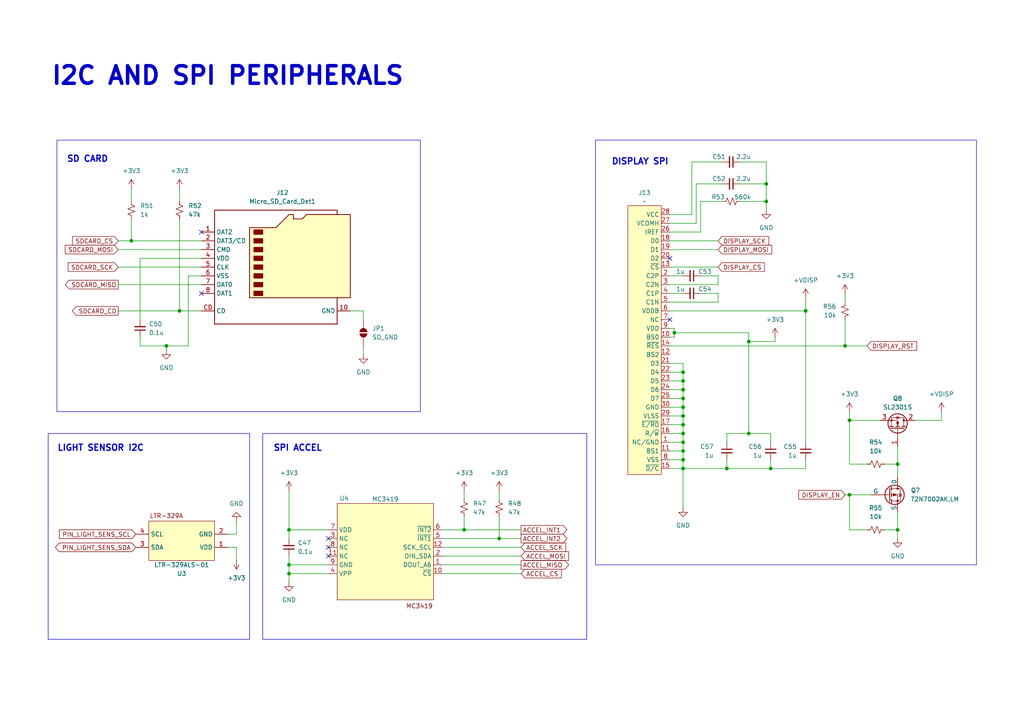
<source format=kicad_sch>
(kicad_sch (version 20250114) (generator "eeschema") (generator_version "9.0")
  (paper "A4")
  (title_block (title "EcoBoard") (company "EcoEnterprise"))
  (lib_symbols
    (symbol "Connector:Micro_SD_Card_Det1"
      (property "Reference" "J3" (at 0.635 21.59 0))
      (property "Value" "Micro_SD_Card_Det1" (at 0.635 19.05 0))
      (symbol "Micro_SD_Card_Det1_1_1"
        (pin bidirectional line (at -22.86 10.16 0) (length 3.81) (name "DAT2") (number "1"))
        (pin bidirectional line (at -22.86 7.62 0) (length 3.81) (name "DAT3/CD") (number "2"))
        (pin input line (at -22.86 5.08 0) (length 3.81) (name "CMD") (number "3"))
        (pin power_in line (at -22.86 2.54 0) (length 3.81) (name "VDD") (number "4"))
        (pin input line (at -22.86 0 0) (length 3.81) (name "CLK") (number "5"))
        (pin power_in line (at -22.86 -2.54 0) (length 3.81) (name "VSS") (number "6"))
        (pin bidirectional line (at -22.86 -5.08 0) (length 3.81) (name "DAT0") (number "7"))
        (pin bidirectional line (at -22.86 -7.62 0) (length 3.81) (name "DAT1") (number "8"))
        (pin passive line (at -22.86 -12.7 0) (length 3.81) (name "CD") (number "CD"))
        (pin passive line (at 20.32 -12.7 180) (length 3.81) (name "GND") (number "10"))
      )
    )
    (symbol "DISPLAY_CONN_1"
      (property "Reference" "J" (at 3.048 20.32 0))
      (symbol "DISPLAY_CONN_1_1_1"
        (pin passive line (at 10.16 16.51 180) (length 2.54) (name "VCC") (number "28"))
        (pin passive line (at 10.16 13.97 180) (length 2.54) (name "VCOMH") (number "27"))
        (pin passive line (at 10.16 11.43 180) (length 2.54) (name "IREF") (number "26"))
        (pin passive line (at 10.16 8.89 180) (length 2.54) (name "D0") (number "18"))
        (pin passive line (at 10.16 6.35 180) (length 2.54) (name "D1") (number "19"))
        (pin passive line (at 10.16 3.81 180) (length 2.54) (name "D2") (number "20"))
        (pin passive line (at 10.16 1.27 180) (length 2.54) (name "~{CS}") (number "13"))
        (pin passive line (at 10.16 -1.27 180) (length 2.54) (name "C2P") (number "2"))
        (pin passive line (at 10.16 -3.81 180) (length 2.54) (name "C2N") (number "3"))
        (pin passive line (at 10.16 -6.35 180) (length 2.54) (name "C1P") (number "4"))
        (pin passive line (at 10.16 -8.89 180) (length 2.54) (name "C1N") (number "5"))
        (pin passive line (at 10.16 -11.43 180) (length 2.54) (name "VDDB") (number "6"))
        (pin passive line (at 10.16 -13.97 180) (length 2.54) (name "NC") (number "7"))
        (pin passive line (at 10.16 -16.51 180) (length 2.54) (name "VDD") (number "9"))
        (pin passive line (at 10.16 -19.05 180) (length 2.54) (name "BS0") (number "10"))
        (pin passive line (at 10.16 -21.59 180) (length 2.54) (name "~{RES}") (number "14"))
        (pin passive line (at 10.16 -24.13 180) (length 2.54) (name "BS2") (number "12"))
        (pin passive line (at 10.16 -26.67 180) (length 2.54) (name "D3") (number "21"))
        (pin passive line (at 10.16 -29.21 180) (length 2.54) (name "D4") (number "22"))
        (pin passive line (at 10.16 -31.75 180) (length 2.54) (name "D5") (number "23"))
        (pin passive line (at 10.16 -34.29 180) (length 2.54) (name "D6") (number "24"))
        (pin passive line (at 10.16 -36.83 180) (length 2.54) (name "D7") (number "25"))
        (pin passive line (at 10.16 -39.37 180) (length 2.54) (name "GND") (number "30"))
        (pin passive line (at 10.16 -41.91 180) (length 2.54) (name "VLSS") (number "29"))
        (pin passive line (at 10.16 -44.45 180) (length 2.54) (name "~{E/RD}") (number "17"))
        (pin passive line (at 10.16 -46.99 180) (length 2.54) (name "R/~{W}") (number "16"))
        (pin passive line (at 10.16 -49.53 180) (length 2.54) (name "NC/GND") (number "1"))
        (pin passive line (at 10.16 -52.07 180) (length 2.54) (name "BS1") (number "11"))
        (pin passive line (at 10.16 -54.61 180) (length 2.54) (name "VSS") (number "8"))
        (pin passive line (at 10.16 -57.15 180) (length 2.54) (name "~{D/C}") (number "15"))
      )
    )
    (symbol "Device:C_Small" (pin_numbers (hide yes)) (pin_names (offset 0.254) (hide yes))
      (property "Reference" "C" (at 0.254 1.778 0))
      (property "Value" "C_Small" (at 0.254 -2.032 0))
      (symbol "C_Small_1_1"
        (pin passive line (at 0 2.54 270) (length 2.032) (name "~") (number "1"))
        (pin passive line (at 0 -2.54 90) (length 2.032) (name "~") (number "2"))
      )
    )
    (symbol "Device:R_Small_US" (pin_numbers (hide yes)) (pin_names (offset 0.254) (hide yes))
      (property "Reference" "R" (at 0.762 0.508 0))
      (property "Value" "R_Small_US" (at 0.762 -1.016 0))
      (symbol "R_Small_US_1_1"
        (pin passive line (at 0 2.54 270) (length 1.016) (name "~") (number "1"))
        (pin passive line (at 0 -2.54 90) (length 1.016) (name "~") (number "2"))
      )
    )
    (symbol "EcoDevkit:LTR-329ALS"
      (property "Reference" "U" (at -8.636 6.35 0))
      (symbol "LTR-329ALS_1_1"
        (text "LTR-329A" (at 3.81 -7.874 0) (effects (font (size 1.27 1.27))))
        (pin power_in line (at -13.97 1.27 0) (length 3.81) (name "VDD") (number "1"))
        (pin power_out line (at -13.97 -2.54 0) (length 3.81) (name "GND") (number "2"))
        (pin bidirectional line (at 12.7 1.27 180) (length 3.81) (name "SDA") (number "3"))
        (pin input line (at 12.7 -2.54 180) (length 3.81) (name "SCL") (number "4"))
      )
    )
    (symbol "Jumper:SolderJumper_2_Open" (pin_numbers (hide yes)) (pin_names (offset 0) (hide yes)) (in_bom no)
      (property "Reference" "JP" (at 0 2.032 0))
      (property "Value" "SolderJumper_2_Open" (at 0 -2.54 0))
      (symbol "SolderJumper_2_Open_1_1"
        (pin passive line (at -3.81 0 0) (length 2.54) (name "A") (number "1"))
        (pin passive line (at 3.81 0 180) (length 2.54) (name "B") (number "2"))
      )
    )
    (symbol "Simulation_SPICE:PMOS" (pin_numbers (hide yes)) (pin_names (offset 0))
      (property "Reference" "Q" (at 5.08 1.27 0))
      (property "Value" "PMOS" (at 5.08 -1.27 0))
      (symbol "PMOS_1_1"
        (pin input line (at -5.08 0 0) (length 2.54) (name "G") (number "2"))
        (pin passive line (at 2.54 5.08 270) (length 2.54) (name "D") (number "1"))
        (pin passive line (at 2.54 -5.08 90) (length 2.54) (name "S") (number "3"))
      )
    )
    (symbol "Transistor_FET:Q_NMOS_GDS" (pin_names (offset 0) (hide yes))
      (property "Reference" "Q" (at 5.08 1.905 0))
      (property "Value" "Q_NMOS_GDS" (at 5.08 0 0))
      (symbol "Q_NMOS_GDS_1_1"
        (pin input line (at -5.08 0 0) (length 2.54) (name "G") (number "1"))
        (pin passive line (at 2.54 5.08 270) (length 2.54) (name "D") (number "2"))
        (pin passive line (at 2.54 -5.08 90) (length 2.54) (name "S") (number "3"))
      )
    )
    (symbol "peripherals2:DISPLAY_CONN"
      (property "Reference" "J9" (at 0 20.574 0))
      (property "Value" "~" (at 0 20.32 0))
      (symbol "DISPLAY_CONN_1_1"
        (pin passive line (at -12.7 16.51 0) (length 2.54) (name "C2P") (number "2"))
        (pin passive line (at -12.7 13.97 0) (length 2.54) (name "C2N") (number "3"))
        (pin passive line (at -12.7 11.43 0) (length 2.54) (name "C1P") (number "4"))
        (pin passive line (at -12.7 8.89 0) (length 2.54) (name "C1N") (number "5"))
        (pin passive line (at -12.7 6.35 0) (length 2.54) (name "VDDB") (number "6"))
        (pin passive line (at -12.7 3.81 0) (length 2.54) (name "NC") (number "7"))
        (pin passive line (at -12.7 1.27 0) (length 2.54) (name "VDD") (number "9"))
        (pin passive line (at -12.7 -1.27 0) (length 2.54) (name "BS0") (number "10"))
        (pin passive line (at -12.7 -3.81 0) (length 2.54) (name "~{CS}") (number "13"))
        (pin passive line (at -12.7 -6.35 0) (length 2.54) (name "~{RES}") (number "14"))
        (pin passive line (at -12.7 -8.89 0) (length 2.54) (name "BS2") (number "12"))
        (pin passive line (at -12.7 -11.43 0) (length 2.54) (name "NC/GND") (number "1"))
        (pin passive line (at -12.7 -13.97 0) (length 2.54) (name "BS1") (number "11"))
        (pin passive line (at -12.7 -16.51 0) (length 2.54) (name "VSS") (number "8"))
        (pin passive line (at -12.7 -19.05 0) (length 2.54) (name "~{D/C}") (number "15"))
        (pin passive line (at 12.7 16.51 180) (length 2.54) (name "VCC") (number "28"))
        (pin passive line (at 12.7 13.97 180) (length 2.54) (name "VCOMH") (number "27"))
        (pin passive line (at 12.7 11.43 180) (length 2.54) (name "IREF") (number "26"))
        (pin passive line (at 12.7 8.89 180) (length 2.54) (name "D0") (number "18"))
        (pin passive line (at 12.7 6.35 180) (length 2.54) (name "D1") (number "19"))
        (pin passive line (at 12.7 3.81 180) (length 2.54) (name "D2") (number "20"))
        (pin passive line (at 12.7 1.27 180) (length 2.54) (name "D3") (number "21"))
        (pin passive line (at 12.7 -1.27 180) (length 2.54) (name "D4") (number "22"))
        (pin passive line (at 12.7 -3.81 180) (length 2.54) (name "D5") (number "23"))
        (pin passive line (at 12.7 -6.35 180) (length 2.54) (name "D6") (number "24"))
        (pin passive line (at 12.7 -8.89 180) (length 2.54) (name "D7") (number "25"))
        (pin passive line (at 12.7 -11.43 180) (length 2.54) (name "GND") (number "30"))
        (pin passive line (at 12.7 -13.97 180) (length 2.54) (name "VLSS") (number "29"))
        (pin passive line (at 12.7 -16.51 180) (length 2.54) (name "~{E/RD}") (number "17"))
        (pin passive line (at 12.7 -19.05 180) (length 2.54) (name "R/~{W}") (number "16"))
      )
    )
    (symbol "peripherals_eco_devkit:MC3419"
      (property "Reference" "U2" (at -11.938 15.494 0))
      (property "Value" "~" (at 0 15.24 0))
      (symbol "MC3419_1_1"
        (text "MC3419" (at 9.906 -15.748 0) (effects (font (size 1.27 1.27))))
        (pin power_in line (at -16.51 6.35 0) (length 2.54) (name "VDD") (number "7"))
        (pin bidirectional line (at -16.51 3.81 0) (length 2.54) (name "NC") (number "3"))
        (pin bidirectional line (at -16.51 1.27 0) (length 2.54) (name "NC") (number "8"))
        (pin bidirectional line (at -16.51 -1.27 0) (length 2.54) (name "NC") (number "11"))
        (pin power_out line (at -16.51 -3.81 0) (length 2.54) (name "GND") (number "9"))
        (pin power_out line (at -16.51 -6.35 0) (length 2.54) (name "VPP") (number "4"))
        (pin output line (at 16.51 6.35 180) (length 2.54) (name "~{INT2}") (number "6"))
        (pin output line (at 16.51 3.81 180) (length 2.54) (name "~{INT1}") (number "5"))
        (pin input line (at 16.51 1.27 180) (length 2.54) (name "SCK_SCL") (number "12"))
        (pin input line (at 16.51 -1.27 180) (length 2.54) (name "DIN_SDA") (number "2"))
        (pin output line (at 16.51 -3.81 180) (length 2.54) (name "DOUT_A6") (number "1"))
        (pin input line (at 16.51 -6.35 180) (length 2.54) (name "~{CS}") (number "10"))
      )
    )
    (symbol "power:+3V3" (power) (pin_numbers (hide yes)) (pin_names (offset 0) (hide yes))
      (property "Value" "+3V3" (at 0 3.556 0))
      (symbol "+3V3_1_1"
        (pin power_in line (at 0 0 90) (length 0) (name "~") (number "1"))
      )
    )
    (symbol "power:GND" (power) (pin_numbers (hide yes)) (pin_names (offset 0) (hide yes))
      (property "Value" "GND" (at 0 -3.81 0))
      (symbol "GND_1_1"
        (pin power_in line (at 0 0 270) (length 0) (name "~") (number "1"))
      )
    )
  )
  (rectangle (start 16.51 40.64) (end 121.92 119.38))
  (rectangle (start 172.72 40.64) (end 283.21 163.83))
  (rectangle (start 13.97 125.73) (end 72.39 185.42))
  (rectangle (start 76.2 125.73) (end 170.18 185.42))
  (rectangle (start 331.47 162.56) (end 491.49 241.3))
  (text "DISPLAY SPI" (at 341.63 166.878 0) (effects (font (size 1.778 1.778) (thickness 0.3556) (bold yes))))
  (text "I2C AND SPI PERIPHERALS" (at 66.04 22.098 0) (effects (font (size 5.08 5.08) (thickness 1.016) (bold yes))))
  (text "DISPLAY SPI" (at 185.674 46.99 0) (effects (font (size 1.778 1.778) (thickness 0.3556) (bold yes))))
  (text "SD CARD" (at 25.4 46.228 0) (effects (font (size 1.778 1.778) (thickness 0.3556) (bold yes))))
  (text "LIGHT SENSOR I2C" (at 29.21 130.048 0) (effects (font (size 1.778 1.778) (thickness 0.3556) (bold yes))))
  (text "SPI ACCEL" (at 86.36 130.048 0) (effects (font (size 1.778 1.778) (thickness 0.3556) (bold yes))))
  (junction (at 429.26 207.01))
  (junction (at 210.82 135.89))
  (junction (at 429.26 204.47))
  (junction (at 471.17 223.52))
  (junction (at 396.24 217.17))
  (junction (at 245.11 100.33))
  (junction (at 457.2 213.36))
  (junction (at 198.12 125.73))
  (junction (at 83.82 163.83))
  (junction (at 396.24 219.71))
  (junction (at 429.26 201.93))
  (junction (at 217.17 125.73))
  (junction (at 383.54 219.71))
  (junction (at 198.12 133.35))
  (junction (at 246.38 121.92))
  (junction (at 83.82 153.67))
  (junction (at 195.58 96.52))
  (junction (at 360.68 194.31))
  (junction (at 198.12 130.81))
  (junction (at 377.19 209.55))
  (junction (at 52.07 90.17))
  (junction (at 429.26 217.17))
  (junction (at 233.68 90.17))
  (junction (at 223.52 135.89))
  (junction (at 38.1 69.85))
  (junction (at 351.79 207.01))
  (junction (at 222.25 58.42))
  (junction (at 449.58 177.8))
  (junction (at 398.78 200.66))
  (junction (at 246.38 143.51))
  (junction (at 198.12 135.89))
  (junction (at 429.26 209.55))
  (junction (at 471.17 204.47))
  (junction (at 198.12 128.27))
  (junction (at 198.12 120.65))
  (junction (at 83.82 166.37))
  (junction (at 198.12 113.03))
  (junction (at 198.12 118.11))
  (junction (at 370.84 219.71))
  (junction (at 198.12 107.95))
  (junction (at 134.62 153.67))
  (junction (at 198.12 115.57))
  (junction (at 144.78 156.21))
  (junction (at 429.26 212.09))
  (junction (at 260.35 153.67))
  (junction (at 429.26 214.63))
  (junction (at 260.35 134.62))
  (junction (at 48.26 100.33))
  (junction (at 377.19 204.47))
  (junction (at 457.2 191.77))
  (junction (at 198.12 123.19))
  (junction (at 217.17 99.06))
  (junction (at 198.12 110.49))
  (junction (at 222.25 53.34))
  (junction (at 396.24 214.63))
  (junction (at 429.26 219.71))
  (junction (at 449.58 182.88))
  (no_connect (at 400.05 196.85))
  (no_connect (at 194.31 74.93))
  (no_connect (at 58.42 67.31))
  (no_connect (at 425.45 196.85))
  (no_connect (at 95.25 158.75))
  (no_connect (at 58.42 85.09))
  (no_connect (at 95.25 161.29))
  (no_connect (at 194.31 92.71))
  (no_connect (at 95.25 156.21))
  (wire (pts (xy 208.28 77.47) (xy 194.31 77.47)))
  (wire (pts (xy 396.24 217.17) (xy 396.24 219.71)))
  (wire (pts (xy 38.1 63.5) (xy 38.1 69.85)))
  (wire (pts (xy 360.68 194.31) (xy 360.68 212.09)))
  (wire (pts (xy 198.12 115.57) (xy 198.12 118.11)))
  (wire (pts (xy 200.66 46.99) (xy 200.66 62.23)))
  (wire (pts (xy 34.29 82.55) (xy 58.42 82.55)))
  (wire (pts (xy 429.26 227.33) (xy 429.26 219.71)))
  (wire (pts (xy 245.11 92.71) (xy 245.11 100.33)))
  (wire (pts (xy 260.35 153.67) (xy 260.35 156.21)))
  (wire (pts (xy 198.12 118.11) (xy 198.12 120.65)))
  (wire (pts (xy 370.84 219.71) (xy 370.84 217.17)))
  (wire (pts (xy 383.54 219.71) (xy 396.24 219.71)))
  (wire (pts (xy 128.27 158.75) (xy 151.13 158.75)))
  (wire (pts (xy 360.68 194.31) (xy 400.05 194.31)))
  (wire (pts (xy 194.31 100.33) (xy 245.11 100.33)))
  (wire (pts (xy 351.79 207.01) (xy 400.05 207.01)))
  (wire (pts (xy 198.12 107.95) (xy 198.12 110.49)))
  (wire (pts (xy 217.17 99.06) (xy 217.17 125.73)))
  (wire (pts (xy 208.28 85.09) (xy 203.2 85.09)))
  (wire (pts (xy 198.12 120.65) (xy 198.12 123.19)))
  (wire (pts (xy 396.24 212.09) (xy 396.24 214.63)))
  (wire (pts (xy 429.26 209.55) (xy 429.26 207.01)))
  (wire (pts (xy 246.38 143.51) (xy 246.38 153.67)))
  (wire (pts (xy 386.08 191.77) (xy 386.08 189.23)))
  (wire (pts (xy 400.05 191.77) (xy 386.08 191.77)))
  (wire (pts (xy 427.99 171.45) (xy 427.99 184.15)))
  (wire (pts (xy 246.38 121.92) (xy 255.27 121.92)))
  (wire (pts (xy 68.58 151.13) (xy 68.58 154.94)))
  (wire (pts (xy 200.66 62.23) (xy 194.31 62.23)))
  (wire (pts (xy 425.45 207.01) (xy 429.26 207.01)))
  (wire (pts (xy 38.1 54.61) (xy 38.1 58.42)))
  (wire (pts (xy 400.05 199.39) (xy 398.78 199.39)))
  (wire (pts (xy 210.82 128.27) (xy 210.82 125.73)))
  (wire (pts (xy 436.88 182.88) (xy 430.53 182.88)))
  (wire (pts (xy 194.31 105.41) (xy 198.12 105.41)))
  (wire (pts (xy 396.24 217.17) (xy 400.05 217.17)))
  (wire (pts (xy 467.36 204.47) (xy 471.17 204.47)))
  (wire (pts (xy 222.25 60.96) (xy 222.25 58.42)))
  (wire (pts (xy 144.78 156.21) (xy 151.13 156.21)))
  (wire (pts (xy 425.45 194.31) (xy 429.26 194.31)))
  (wire (pts (xy 198.12 115.57) (xy 194.31 115.57)))
  (wire (pts (xy 471.17 204.47) (xy 471.17 199.39)))
  (wire (pts (xy 198.12 113.03) (xy 198.12 115.57)))
  (wire (pts (xy 83.82 153.67) (xy 95.25 153.67)))
  (wire (pts (xy 134.62 153.67) (xy 151.13 153.67)))
  (wire (pts (xy 370.84 212.09) (xy 370.84 209.55)))
  (wire (pts (xy 400.05 186.69) (xy 386.08 186.69)))
  (wire (pts (xy 429.26 219.71) (xy 429.26 217.17)))
  (wire (pts (xy 425.45 212.09) (xy 429.26 212.09)))
  (wire (pts (xy 233.68 90.17) (xy 233.68 128.27)))
  (wire (pts (xy 425.45 186.69) (xy 429.26 186.69)))
  (wire (pts (xy 430.53 182.88) (xy 430.53 189.23)))
  (wire (pts (xy 223.52 135.89) (xy 210.82 135.89)))
  (wire (pts (xy 194.31 133.35) (xy 198.12 133.35)))
  (wire (pts (xy 144.78 156.21) (xy 144.78 149.86)))
  (wire (pts (xy 370.84 219.71) (xy 383.54 219.71)))
  (wire (pts (xy 128.27 153.67) (xy 134.62 153.67)))
  (wire (pts (xy 467.36 223.52) (xy 471.17 223.52)))
  (wire (pts (xy 425.45 209.55) (xy 429.26 209.55)))
  (wire (pts (xy 425.45 217.17) (xy 429.26 217.17)))
  (wire (pts (xy 194.31 118.11) (xy 198.12 118.11)))
  (wire (pts (xy 40.64 74.93) (xy 40.64 92.71)))
  (wire (pts (xy 429.26 199.39) (xy 429.26 201.93)))
  (wire (pts (xy 429.26 201.93) (xy 425.45 201.93)))
  (wire (pts (xy 194.31 64.77) (xy 201.93 64.77)))
  (wire (pts (xy 351.79 198.12) (xy 351.79 207.01)))
  (wire (pts (xy 245.11 100.33) (xy 251.46 100.33)))
  (wire (pts (xy 449.58 171.45) (xy 449.58 177.8)))
  (wire (pts (xy 83.82 161.29) (xy 83.82 163.83)))
  (wire (pts (xy 350.52 207.01) (xy 351.79 207.01)))
  (wire (pts (xy 429.26 204.47) (xy 429.26 201.93)))
  (wire (pts (xy 251.46 134.62) (xy 246.38 134.62)))
  (wire (pts (xy 222.25 58.42) (xy 214.63 58.42)))
  (wire (pts (xy 201.93 53.34) (xy 209.55 53.34)))
  (wire (pts (xy 377.19 200.66) (xy 398.78 200.66)))
  (wire (pts (xy 483.87 189.23) (xy 483.87 191.77)))
  (wire (pts (xy 128.27 163.83) (xy 151.13 163.83)))
  (wire (pts (xy 194.31 128.27) (xy 198.12 128.27)))
  (wire (pts (xy 457.2 191.77) (xy 466.09 191.77)))
  (wire (pts (xy 223.52 135.89) (xy 223.52 133.35)))
  (wire (pts (xy 214.63 46.99) (xy 222.25 46.99)))
  (wire (pts (xy 194.31 120.65) (xy 198.12 120.65)))
  (wire (pts (xy 83.82 163.83) (xy 83.82 166.37)))
  (wire (pts (xy 462.28 204.47) (xy 457.2 204.47)))
  (wire (pts (xy 48.26 100.33) (xy 54.61 100.33)))
  (wire (pts (xy 209.55 58.42) (xy 203.2 58.42)))
  (wire (pts (xy 201.93 53.34) (xy 201.93 64.77)))
  (wire (pts (xy 457.2 189.23) (xy 457.2 191.77)))
  (wire (pts (xy 83.82 166.37) (xy 95.25 166.37)))
  (wire (pts (xy 68.58 158.75) (xy 68.58 162.56)))
  (wire (pts (xy 360.68 219.71) (xy 370.84 219.71)))
  (wire (pts (xy 128.27 166.37) (xy 151.13 166.37)))
  (wire (pts (xy 214.63 53.34) (xy 222.25 53.34)))
  (wire (pts (xy 217.17 96.52) (xy 195.58 96.52)))
  (wire (pts (xy 370.84 209.55) (xy 377.19 209.55)))
  (wire (pts (xy 471.17 223.52) (xy 471.17 226.06)))
  (wire (pts (xy 360.68 217.17) (xy 360.68 219.71)))
  (wire (pts (xy 222.25 58.42) (xy 222.25 53.34)))
  (wire (pts (xy 396.24 189.23) (xy 400.05 189.23)))
  (wire (pts (xy 449.58 182.88) (xy 449.58 177.8)))
  (wire (pts (xy 245.11 143.51) (xy 246.38 143.51)))
  (wire (pts (xy 198.12 135.89) (xy 210.82 135.89)))
  (wire (pts (xy 224.79 97.79) (xy 224.79 99.06)))
  (wire (pts (xy 52.07 90.17) (xy 58.42 90.17)))
  (wire (pts (xy 198.12 85.09) (xy 194.31 85.09)))
  (wire (pts (xy 396.24 219.71) (xy 396.24 227.33)))
  (wire (pts (xy 457.2 191.77) (xy 457.2 204.47)))
  (wire (pts (xy 195.58 96.52) (xy 195.58 97.79)))
  (wire (pts (xy 222.25 46.99) (xy 222.25 53.34)))
  (wire (pts (xy 260.35 153.67) (xy 260.35 148.59)))
  (wire (pts (xy 198.12 105.41) (xy 198.12 107.95)))
  (wire (pts (xy 233.68 133.35) (xy 233.68 135.89)))
  (wire (pts (xy 386.08 189.23) (xy 391.16 189.23)))
  (wire (pts (xy 223.52 128.27) (xy 223.52 125.73)))
  (wire (pts (xy 198.12 130.81) (xy 198.12 133.35)))
  (wire (pts (xy 134.62 142.24) (xy 134.62 144.78)))
  (wire (pts (xy 194.31 87.63) (xy 208.28 87.63)))
  (wire (pts (xy 194.31 82.55) (xy 208.28 82.55)))
  (wire (pts (xy 54.61 100.33) (xy 54.61 80.01)))
  (wire (pts (xy 369.57 204.47) (xy 377.19 204.47)))
  (wire (pts (xy 198.12 133.35) (xy 198.12 135.89)))
  (wire (pts (xy 194.31 125.73) (xy 198.12 125.73)))
  (wire (pts (xy 194.31 72.39) (xy 208.28 72.39)))
  (wire (pts (xy 198.12 80.01) (xy 194.31 80.01)))
  (wire (pts (xy 128.27 156.21) (xy 144.78 156.21)))
  (wire (pts (xy 209.55 46.99) (xy 200.66 46.99)))
  (wire (pts (xy 369.57 201.93) (xy 369.57 204.47)))
  (wire (pts (xy 195.58 97.79) (xy 194.31 97.79)))
  (wire (pts (xy 83.82 153.67) (xy 83.82 156.21)))
  (wire (pts (xy 217.17 99.06) (xy 217.17 96.52)))
  (wire (pts (xy 105.41 100.33) (xy 105.41 102.87)))
  (wire (pts (xy 52.07 63.5) (xy 52.07 90.17)))
  (wire (pts (xy 471.17 204.47) (xy 471.17 208.28)))
  (wire (pts (xy 134.62 153.67) (xy 134.62 149.86)))
  (wire (pts (xy 430.53 189.23) (xy 425.45 189.23)))
  (wire (pts (xy 441.96 171.45) (xy 449.58 171.45)))
  (wire (pts (xy 273.05 119.38) (xy 273.05 121.92)))
  (wire (pts (xy 246.38 121.92) (xy 246.38 134.62)))
  (wire (pts (xy 105.41 92.71) (xy 105.41 90.17)))
  (wire (pts (xy 34.29 69.85) (xy 38.1 69.85)))
  (wire (pts (xy 195.58 96.52) (xy 195.58 95.25)))
  (wire (pts (xy 194.31 123.19) (xy 198.12 123.19)))
  (wire (pts (xy 198.12 113.03) (xy 194.31 113.03)))
  (wire (pts (xy 383.54 219.71) (xy 383.54 217.17)))
  (wire (pts (xy 256.54 153.67) (xy 260.35 153.67)))
  (wire (pts (xy 425.45 199.39) (xy 429.26 199.39)))
  (wire (pts (xy 260.35 134.62) (xy 260.35 129.54)))
  (wire (pts (xy 377.19 204.47) (xy 377.19 209.55)))
  (wire (pts (xy 449.58 182.88) (xy 441.96 182.88)))
  (wire (pts (xy 208.28 69.85) (xy 194.31 69.85)))
  (wire (pts (xy 436.88 171.45) (xy 427.99 171.45)))
  (wire (pts (xy 360.68 190.5) (xy 360.68 194.31)))
  (wire (pts (xy 425.45 204.47) (xy 429.26 204.47)))
  (wire (pts (xy 208.28 87.63) (xy 208.28 85.09)))
  (wire (pts (xy 457.2 213.36) (xy 457.2 223.52)))
  (wire (pts (xy 453.39 213.36) (xy 457.2 213.36)))
  (wire (pts (xy 396.24 184.15) (xy 400.05 184.15)))
  (wire (pts (xy 34.29 77.47) (xy 58.42 77.47)))
  (wire (pts (xy 233.68 86.36) (xy 233.68 90.17)))
  (wire (pts (xy 386.08 186.69) (xy 386.08 184.15)))
  (wire (pts (xy 66.04 158.75) (xy 68.58 158.75)))
  (wire (pts (xy 429.26 212.09) (xy 429.26 209.55)))
  (wire (pts (xy 198.12 128.27) (xy 198.12 130.81)))
  (wire (pts (xy 128.27 161.29) (xy 151.13 161.29)))
  (wire (pts (xy 198.12 123.19) (xy 198.12 125.73)))
  (wire (pts (xy 425.45 214.63) (xy 429.26 214.63)))
  (wire (pts (xy 233.68 90.17) (xy 194.31 90.17)))
  (wire (pts (xy 224.79 99.06) (xy 217.17 99.06)))
  (wire (pts (xy 83.82 142.24) (xy 83.82 153.67)))
  (wire (pts (xy 52.07 54.61) (xy 52.07 58.42)))
  (wire (pts (xy 83.82 166.37) (xy 83.82 168.91)))
  (wire (pts (xy 398.78 200.66) (xy 398.78 201.93)))
  (wire (pts (xy 198.12 125.73) (xy 198.12 128.27)))
  (wire (pts (xy 34.29 72.39) (xy 58.42 72.39)))
  (wire (pts (xy 38.1 69.85) (xy 58.42 69.85)))
  (wire (pts (xy 194.31 130.81) (xy 198.12 130.81)))
  (wire (pts (xy 105.41 90.17) (xy 101.6 90.17)))
  (wire (pts (xy 429.26 191.77) (xy 425.45 191.77)))
  (wire (pts (xy 386.08 184.15) (xy 391.16 184.15)))
  (wire (pts (xy 223.52 125.73) (xy 217.17 125.73)))
  (wire (pts (xy 429.26 186.69) (xy 429.26 177.8)))
  (wire (pts (xy 208.28 82.55) (xy 208.28 80.01)))
  (wire (pts (xy 252.73 143.51) (xy 246.38 143.51)))
  (wire (pts (xy 58.42 74.93) (xy 40.64 74.93)))
  (wire (pts (xy 48.26 100.33) (xy 40.64 100.33)))
  (wire (pts (xy 377.19 204.47) (xy 377.19 200.66)))
  (wire (pts (xy 273.05 121.92) (xy 265.43 121.92)))
  (wire (pts (xy 429.26 214.63) (xy 429.26 212.09)))
  (wire (pts (xy 441.96 177.8) (xy 449.58 177.8)))
  (wire (pts (xy 260.35 134.62) (xy 260.35 138.43)))
  (wire (pts (xy 398.78 201.93) (xy 400.05 201.93)))
  (wire (pts (xy 377.19 209.55) (xy 383.54 209.55)))
  (wire (pts (xy 396.24 214.63) (xy 396.24 217.17)))
  (wire (pts (xy 217.17 125.73) (xy 210.82 125.73)))
  (wire (pts (xy 210.82 135.89) (xy 210.82 133.35)))
  (wire (pts (xy 194.31 67.31) (xy 203.2 67.31)))
  (wire (pts (xy 198.12 110.49) (xy 198.12 113.03)))
  (wire (pts (xy 34.29 90.17) (xy 52.07 90.17)))
  (wire (pts (xy 398.78 200.66) (xy 398.78 199.39)))
  (wire (pts (xy 396.24 204.47) (xy 400.05 204.47)))
  (wire (pts (xy 48.26 100.33) (xy 48.26 101.6)))
  (wire (pts (xy 208.28 80.01) (xy 203.2 80.01)))
  (wire (pts (xy 383.54 212.09) (xy 383.54 209.55)))
  (wire (pts (xy 233.68 135.89) (xy 223.52 135.89)))
  (wire (pts (xy 429.26 177.8) (xy 436.88 177.8)))
  (wire (pts (xy 351.79 190.5) (xy 351.79 193.04)))
  (wire (pts (xy 194.31 135.89) (xy 198.12 135.89)))
  (wire (pts (xy 425.45 219.71) (xy 429.26 219.71)))
  (wire (pts (xy 40.64 97.79) (xy 40.64 100.33)))
  (wire (pts (xy 427.99 184.15) (xy 425.45 184.15)))
  (wire (pts (xy 66.04 154.94) (xy 68.58 154.94)))
  (wire (pts (xy 203.2 58.42) (xy 203.2 67.31)))
  (wire (pts (xy 400.05 212.09) (xy 396.24 212.09)))
  (wire (pts (xy 396.24 219.71) (xy 400.05 219.71)))
  (wire (pts (xy 396.24 214.63) (xy 400.05 214.63)))
  (wire (pts (xy 429.26 217.17) (xy 429.26 214.63)))
  (wire (pts (xy 429.26 207.01) (xy 429.26 204.47)))
  (wire (pts (xy 463.55 213.36) (xy 457.2 213.36)))
  (wire (pts (xy 457.2 223.52) (xy 462.28 223.52)))
  (wire (pts (xy 246.38 119.38) (xy 246.38 121.92)))
  (wire (pts (xy 449.58 186.69) (xy 449.58 182.88)))
  (wire (pts (xy 471.17 223.52) (xy 471.17 218.44)))
  (wire (pts (xy 144.78 142.24) (xy 144.78 144.78)))
  (wire (pts (xy 194.31 107.95) (xy 198.12 107.95)))
  (wire (pts (xy 483.87 191.77) (xy 476.25 191.77)))
  (wire (pts (xy 246.38 153.67) (xy 251.46 153.67)))
  (wire (pts (xy 256.54 134.62) (xy 260.35 134.62)))
  (wire (pts (xy 83.82 163.83) (xy 95.25 163.83)))
  (wire (pts (xy 54.61 80.01) (xy 58.42 80.01)))
  (wire (pts (xy 198.12 110.49) (xy 194.31 110.49)))
  (wire (pts (xy 194.31 95.25) (xy 195.58 95.25)))
  (wire (pts (xy 198.12 135.89) (xy 198.12 147.32)))
  (wire (pts (xy 245.11 85.09) (xy 245.11 87.63)))
  (global_label "DISPLAY_SCK" (shape input) (at 429.26 191.77 0) (property "Intersheetrefs" "${INTERSHEET_REFS}" (effects (hide yes))))
  (global_label "DISPLAY_MOSI" (shape input) (at 429.26 194.31 0) (property "Intersheetrefs" "${INTERSHEET_REFS}" (effects (hide yes))))
  (global_label "DISPLAY_EN" (shape input) (at 453.39 213.36 180) (property "Intersheetrefs" "${INTERSHEET_REFS}" (effects (hide yes))))
  (global_label "DISPLAY_CS" (shape input) (at 396.24 204.47 180) (property "Intersheetrefs" "${INTERSHEET_REFS}" (effects (hide yes))))
  (global_label "DISPLAY_CS" (shape input) (at 208.28 77.47 0) (property "Intersheetrefs" "${INTERSHEET_REFS}" (effects (hide yes))))
  (global_label "PIN_LIGHT_SENS_SCL" (shape input) (at 39.37 154.94 180) (effects (font (thickness 0.1588))) (property "Intersheetrefs" "${INTERSHEET_REFS}" (effects (hide yes))))
  (global_label "SDCARD_SCK" (shape input) (at 34.29 77.47 180) (property "Intersheetrefs" "${INTERSHEET_REFS}" (effects (hide yes))))
  (global_label "PIN_LIGHT_SENS_SDA" (shape bidirectional) (at 39.37 158.75 180) (effects (font (thickness 0.1588))) (property "Intersheetrefs" "${INTERSHEET_REFS}" (effects (hide yes))))
  (global_label "ACCEL_SCK" (shape input) (at 151.13 158.75 0) (property "Intersheetrefs" "${INTERSHEET_REFS}" (effects (hide yes))))
  (global_label "SDCARD_MISO" (shape output) (at 34.29 82.55 180) (property "Intersheetrefs" "${INTERSHEET_REFS}" (effects (hide yes))))
  (global_label "SDCARD_CS" (shape input) (at 34.29 69.85 180) (property "Intersheetrefs" "${INTERSHEET_REFS}" (effects (hide yes))))
  (global_label "DISPLAY_RST" (shape input) (at 350.52 207.01 180) (property "Intersheetrefs" "${INTERSHEET_REFS}" (effects (hide yes))))
  (global_label "ACCEL_MISO" (shape output) (at 151.13 163.83 0) (property "Intersheetrefs" "${INTERSHEET_REFS}" (effects (hide yes))))
  (global_label "ACCEL_MOSI" (shape input) (at 151.13 161.29 0) (property "Intersheetrefs" "${INTERSHEET_REFS}" (effects (hide yes))))
  (global_label "SDCARD_MOSI" (shape input) (at 34.29 72.39 180) (property "Intersheetrefs" "${INTERSHEET_REFS}" (effects (hide yes))))
  (global_label "DISPLAY_RST" (shape input) (at 251.46 100.33 0) (property "Intersheetrefs" "${INTERSHEET_REFS}" (effects (hide yes))))
  (global_label "ACCEL_CS" (shape input) (at 151.13 166.37 0) (property "Intersheetrefs" "${INTERSHEET_REFS}" (effects (hide yes))))
  (global_label "ACCEL_INT2" (shape output) (at 151.13 156.21 0) (property "Intersheetrefs" "${INTERSHEET_REFS}" (effects (hide yes))))
  (global_label "ACCEL_INT1" (shape output) (at 151.13 153.67 0) (property "Intersheetrefs" "${INTERSHEET_REFS}" (effects (hide yes))))
  (global_label "DISPLAY_EN" (shape input) (at 245.11 143.51 180) (property "Intersheetrefs" "${INTERSHEET_REFS}" (effects (hide yes))))
  (global_label "DISPLAY_SCK" (shape input) (at 208.28 69.85 0) (property "Intersheetrefs" "${INTERSHEET_REFS}" (effects (hide yes))))
  (global_label "DISPLAY_MOSI" (shape input) (at 208.28 72.39 0) (property "Intersheetrefs" "${INTERSHEET_REFS}" (effects (hide yes))))
  (global_label "SDCARD_CD" (shape output) (at 34.29 90.17 180) (property "Intersheetrefs" "${INTERSHEET_REFS}" (effects (hide yes))))
  (symbol (lib_id "Device:R_Small_US") (at 464.82 223.52 90) (unit 1)
    (property "Reference" "R60" (at 464.82 217.17 90))
    (property "Value" "10k" (at 464.82 219.71 90))
    (property "Datasheet" "https://www.digikey.com.br/en/products/detail/te-connectivity-passive-product/CRGP0402F10K/8576969?s=N4IgjCBcoExaBjKAzAhgGwM4FMA0IB7KAbXAAYAOAdgE4R8wwAWa%2B8GANgGYIGKyuFNmA4BWJl2E0uHIQF18ABwAuUEAGVlAJwCWAOwDmIAL4MO8EEkhoseQiRBcaYUfKWrIG7fqOmQAWjhoSyhtAFc7IkhSUTY6OT9-OmCrcMiHCAS-INIwLjIAAgB5AAkAWWEyAGsQBKA" (effects (hide yes)))
    (property "Description" "Resistor, small US symbol" (effects (hide yes)))
    (property "MPN" "CRGP0402F10K" (effects (hide yes)))
  )
  (symbol (lib_id "power:GND") (at 260.35 156.21 0) (unit 1)
    (property "Reference" "#PWR0101" (effects (hide yes)))
    (property "Value" "GND" (at 260.35 161.29 0))
    (property "Description" "Power symbol creates a global label with name \"GND\" , ground" (effects (hide yes)))
  )
  (symbol (lib_id "Device:R_Small_US") (at 351.79 195.58 0) (unit 1)
    (property "Reference" "R57" (at 354.33 194.3099 0) (effects (justify left)))
    (property "Value" "10k" (at 354.33 196.8499 0) (effects (justify left)))
    (property "Datasheet" "https://www.digikey.com.br/en/products/detail/te-connectivity-passive-product/CRGP0402F10K/8576969?s=N4IgjCBcoExaBjKAzAhgGwM4FMA0IB7KAbXAAYAOAdgE4R8wwAWa%2B8GANgGYIGKyuFNmA4BWJl2E0uHIQF18ABwAuUEAGVlAJwCWAOwDmIAL4MO8EEkhoseQiRBcaYUfKWrIG7fqOmQAWjhoSyhtAFc7IkhSUTY6OT9-OmCrcMiHCAS-INIwLjIAAgB5AAkAWWEyAGsQBKA" (effects (hide yes)))
    (property "Description" "Resistor, small US symbol" (effects (hide yes)))
    (property "MPN" "CRGP0402F10K" (effects (hide yes)))
  )
  (symbol (lib_id "Device:C_Small") (at 212.09 46.99 270) (unit 1)
    (property "Reference" "C51" (at 208.534 45.466 90))
    (property "Value" "2.2u" (at 215.646 45.466 90))
    (property "Footprint" "Capacitor_SMD:C_0402_1005Metric" (effects (hide yes)))
    (property "Datasheet" "https://www.digikey.com.br/en/products/detail/samsung-electro-mechanics/CL05A225KO5NQNC/3887119" (effects (hide yes)))
    (property "Description" "Unpolarized capacitor, small symbol" (effects (hide yes)))
    (property "MPN" "CL05A225KO5NQNC" (effects (hide yes)))
  )
  (symbol (lib_id "Device:C_Small") (at 370.84 214.63 0) (unit 1)
    (property "Reference" "C59" (at 373.38 213.3662 0) (effects (justify left)))
    (property "Value" "1u" (at 373.38 215.9062 0) (effects (justify left)))
    (property "Footprint" "Capacitor_SMD:C_0402_1005Metric" (effects (hide yes)))
    (property "Datasheet" "https://www.digikey.com.br/en/products/detail/tdk-corporation/C1005X6S1C105K050EC/22106054" (effects (hide yes)))
    (property "Description" "Unpolarized capacitor, small symbol" (effects (hide yes)))
    (property "MPN" "C1005X6S1C105K050EC" (effects (hide yes)))
  )
  (symbol (lib_id "power:+3V3") (at 273.05 119.38 0) (unit 1)
    (property "Reference" "#PWR0102" (effects (hide yes)))
    (property "Value" "+VDISP" (at 273.05 114.3 0))
    (property "Description" "Power symbol creates a global label with name \"+3V3\"" (effects (hide yes)))
  )
  (symbol (lib_id "Device:C_Small") (at 210.82 130.81 0) (mirror y) (unit 1)
    (property "Reference" "C57" (at 207.01 129.5399 0) (effects (justify left)))
    (property "Value" "1u" (at 207.01 132.0799 0) (effects (justify left)))
    (property "Footprint" "Capacitor_SMD:C_0402_1005Metric" (effects (hide yes)))
    (property "Datasheet" "https://www.digikey.com.br/en/products/detail/tdk-corporation/C1005X6S1C105K050EC/22106054" (effects (hide yes)))
    (property "Description" "Unpolarized capacitor, small symbol" (effects (hide yes)))
    (property "MPN" "C1005X6S1C105K050EC" (effects (hide yes)))
  )
  (symbol (lib_id "power:+3V3") (at 246.38 119.38 0) (unit 1)
    (property "Reference" "#PWR0100" (effects (hide yes)))
    (property "Value" "+3V3" (at 246.38 114.3 0))
    (property "Description" "Power symbol creates a global label with name \"+3V3\"" (effects (hide yes)))
  )
  (symbol (lib_id "Device:C_Small") (at 383.54 214.63 0) (unit 1)
    (property "Reference" "C60" (at 387.35 213.3599 0) (effects (justify left)))
    (property "Value" "1u" (at 387.35 215.8999 0) (effects (justify left)))
    (property "Footprint" "Capacitor_SMD:C_0402_1005Metric" (effects (hide yes)))
    (property "Datasheet" "https://www.digikey.com.br/en/products/detail/tdk-corporation/C1005X6S1C105K050EC/22106054" (effects (hide yes)))
    (property "Description" "Unpolarized capacitor, small symbol" (effects (hide yes)))
    (property "MPN" "C1005X6S1C105K050EC" (effects (hide yes)))
  )
  (symbol (lib_id "Device:C_Small") (at 200.66 85.09 270) (mirror x) (unit 1)
    (property "Reference" "C54" (at 204.47 83.82 90))
    (property "Value" "1u" (at 197.358 83.82 90))
    (property "Footprint" "Capacitor_SMD:C_0402_1005Metric" (effects (hide yes)))
    (property "Datasheet" "https://www.digikey.com.br/en/products/detail/tdk-corporation/C1005X6S1C105K050EC/22106054" (effects (hide yes)))
    (property "Description" "Unpolarized capacitor, small symbol" (effects (hide yes)))
    (property "MPN" "C1005X6S1C105K050EC" (effects (hide yes)))
  )
  (symbol (lib_id "power:+3V3") (at 457.2 189.23 0) (unit 1)
    (property "Reference" "#PWR0112" (effects (hide yes)))
    (property "Value" "+3V3" (at 457.2 184.15 0))
    (property "Description" "Power symbol creates a global label with name \"+3V3\"" (effects (hide yes)))
  )
  (symbol (lib_id "Connector:Micro_SD_Card_Det1") (at 81.28 77.47 0) (unit 1)
    (property "Reference" "J12" (at 81.915 55.88 0))
    (property "Value" "Micro_SD_Card_Det1" (at 81.915 58.42 0))
    (property "Footprint" "EcoDevkit:CUI_MSD-4-A" (effects (hide yes)))
    (property "Datasheet" "https://www.digikey.com.br/en/products/detail/same-sky-formerly-cui-devices/MSD-4-A/21796808" (effects (hide yes)))
    (property "Description" "Micro SD Card Socket with one card detection pin" (effects (hide yes)))
    (property "MPN" "MSD-4-A " (effects (hide yes)))
  )
  (symbol (lib_id "power:GND") (at 222.25 60.96 0) (unit 1)
    (property "Reference" "#PWR099" (effects (hide yes)))
    (property "Value" "GND" (at 222.25 66.04 0))
    (property "Description" "Power symbol creates a global label with name \"GND\" , ground" (effects (hide yes)))
  )
  (symbol (lib_id "power:+3V3") (at 83.82 142.24 0) (unit 1)
    (property "Reference" "#PWR085" (effects (hide yes)))
    (property "Value" "+3V3" (at 83.82 137.16 0))
    (property "Description" "Power symbol creates a global label with name \"+3V3\"" (effects (hide yes)))
  )
  (symbol (lib_id "Device:C_Small") (at 393.7 184.15 90) (unit 1)
    (property "Reference" "C61" (at 389.89 182.88 90))
    (property "Value" "1u" (at 397.002 182.88 90))
    (property "Footprint" "Capacitor_SMD:C_0402_1005Metric" (effects (hide yes)))
    (property "Datasheet" "https://www.digikey.com.br/en/products/detail/tdk-corporation/C1005X6S1C105K050EC/22106054" (effects (hide yes)))
    (property "Description" "Unpolarized capacitor, small symbol" (effects (hide yes)))
    (property "MPN" "C1005X6S1C105K050EC" (effects (hide yes)))
  )
  (symbol (lib_id "Device:C_Small") (at 393.7 189.23 90) (unit 1)
    (property "Reference" "C62" (at 389.89 187.96 90))
    (property "Value" "1u" (at 397.002 187.96 90))
    (property "Footprint" "Capacitor_SMD:C_0402_1005Metric" (effects (hide yes)))
    (property "Datasheet" "https://www.digikey.com.br/en/products/detail/tdk-corporation/C1005X6S1C105K050EC/22106054" (effects (hide yes)))
    (property "Description" "Unpolarized capacitor, small symbol" (effects (hide yes)))
    (property "MPN" "C1005X6S1C105K050EC" (effects (hide yes)))
  )
  (symbol (lib_id "power:GND") (at 83.82 168.91 0) (unit 1)
    (property "Reference" "#PWR086" (effects (hide yes)))
    (property "Value" "GND" (at 83.82 173.99 0))
    (property "Description" "Power symbol creates a global label with name \"GND\" , ground" (effects (hide yes)))
  )
  (symbol (lib_id "Device:R_Small_US") (at 245.11 90.17 0) (mirror y) (unit 1)
    (property "Reference" "R56" (at 242.57 88.8999 0) (effects (justify left)))
    (property "Value" "10k" (at 242.57 91.4399 0) (effects (justify left)))
    (property "Datasheet" "https://www.digikey.com.br/en/products/detail/te-connectivity-passive-product/CRGP0402F10K/8576969?s=N4IgjCBcoExaBjKAzAhgGwM4FMA0IB7KAbXAAYAOAdgE4R8wwAWa%2B8GANgGYIGKyuFNmA4BWJl2E0uHIQF18ABwAuUEAGVlAJwCWAOwDmIAL4MO8EEkhoseQiRBcaYUfKWrIG7fqOmQAWjhoSyhtAFc7IkhSUTY6OT9-OmCrcMiHCAS-INIwLjIAAgB5AAkAWWEyAGsQBKA" (effects (hide yes)))
    (property "Description" "Resistor, small US symbol" (effects (hide yes)))
    (property "MPN" "CRGP0402F10K" (effects (hide yes)))
  )
  (symbol (lib_id "Device:C_Small") (at 83.82 158.75 180) (unit 1)
    (property "Reference" "C47" (at 86.36 157.4735 0) (effects (justify right)))
    (property "Value" "0.1u" (at 86.36 160.0135 0) (effects (justify right)))
    (property "Footprint" "Capacitor_SMD:C_0402_1005Metric" (effects (hide yes)))
    (property "Datasheet" "https://www.digikey.com.br/en/products/detail/samsung-electro-mechanics/CL05B104KP5VPNC/20498482" (effects (hide yes)))
    (property "Description" "Unpolarized capacitor, small symbol" (effects (hide yes)))
    (property "MPN" "CL05B104KP5VPNC" (effects (hide yes)))
  )
  (symbol (lib_id "power:+3V3") (at 360.68 190.5 0) (unit 1)
    (property "Reference" "#PWR0107" (effects (hide yes)))
    (property "Value" "+VDISP" (at 360.68 185.42 0))
    (property "Description" "Power symbol creates a global label with name \"+3V3\"" (effects (hide yes)))
  )
  (symbol (lib_id "Device:R_Small_US") (at 464.82 204.47 90) (unit 1)
    (property "Reference" "R59" (at 464.82 198.12 90))
    (property "Value" "10k" (at 464.82 200.66 90))
    (property "Datasheet" "https://www.digikey.com.br/en/products/detail/te-connectivity-passive-product/CRGP0402F10K/8576969?s=N4IgjCBcoExaBjKAzAhgGwM4FMA0IB7KAbXAAYAOAdgE4R8wwAWa%2B8GANgGYIGKyuFNmA4BWJl2E0uHIQF18ABwAuUEAGVlAJwCWAOwDmIAL4MO8EEkhoseQiRBcaYUfKWrIG7fqOmQAWjhoSyhtAFc7IkhSUTY6OT9-OmCrcMiHCAS-INIwLjIAAgB5AAkAWWEyAGsQBKA" (effects (hide yes)))
    (property "Description" "Resistor, small US symbol" (effects (hide yes)))
    (property "MPN" "CRGP0402F10K" (effects (hide yes)))
  )
  (symbol (lib_id "Simulation_SPICE:PMOS") (at 468.63 213.36 0) (unit 1)
    (property "Reference" "Q9" (at 474.98 212.0899 0) (effects (justify left)))
    (property "Value" "T2N7002AK,LM" (at 474.98 214.6299 0) (effects (justify left)))
    (property "Datasheet" "https://www.digikey.com.br/en/products/detail/toshiba-semiconductor-and-storage/T2N7002AK-LM/5298028" (effects (hide yes)))
    (property "Description" "P-MOSFET transistor, drain/source/gate" (effects (hide yes)))
    (property "Sim.Device" "PMOS" (effects (hide yes)))
    (property "Sim.Type" "VDMOS" (effects (hide yes)))
    (property "Sim.Pins" "1=D 2=G 3=S" (effects (hide yes)))
    (property "MPN" "T2N7002AK,LM" (effects (hide yes)))
  )
  (symbol (lib_id "power:+3V3") (at 224.79 97.79 0) (mirror y) (unit 1)
    (property "Reference" "#PWR0105" (effects (hide yes)))
    (property "Value" "+3V3" (at 224.79 92.71 0))
    (property "Description" "Power symbol creates a global label with name \"+3V3\"" (effects (hide yes)))
  )
  (symbol (lib_id "Device:R_Small_US") (at 52.07 60.96 0) (unit 1)
    (property "Reference" "R52" (at 54.61 59.6899 0) (effects (justify left)))
    (property "Value" "47k" (at 54.61 62.2299 0) (effects (justify left)))
    (property "Footprint" "Resistor_SMD:R_0402_1005Metric" (effects (hide yes)))
    (property "Datasheet" "https://www.digikey.com.br/en/products/detail/vishay-dale/CRCW040247K0FKEDC/7928388" (effects (hide yes)))
    (property "Description" "Resistor, small US symbol" (effects (hide yes)))
    (property "MPN" "CRCW040247K0FKEDC" (effects (hide yes)))
  )
  (symbol (lib_id "Transistor_FET:Q_NMOS_GDS") (at 260.35 124.46 270) (mirror x) (unit 1)
    (property "Reference" "Q8" (at 260.35 115.57 90))
    (property "Value" "SL2301S" (at 260.35 118.11 90))
    (property "Datasheet" "https://www.digikey.com.br/en/products/detail/shenzhen-slkormicro-semicon-co-ltd/SL2301S/26112879?s=N4IgTCBcDaIMoBkwGYAMBGOIC6BfIA" (effects (hide yes)))
    (property "Description" "N-MOSFET transistor, gate/drain/source" (effects (hide yes)))
    (property "MPN" "SL2301S" (effects (hide yes)))
  )
  (symbol (lib_id "Device:C_Small") (at 40.64 95.25 180) (unit 1)
    (property "Reference" "C50" (at 43.18 93.9735 0) (effects (justify right)))
    (property "Value" "0.1u" (at 43.18 96.5135 0) (effects (justify right)))
    (property "Footprint" "Capacitor_SMD:C_0402_1005Metric" (effects (hide yes)))
    (property "Datasheet" "https://www.digikey.com.br/en/products/detail/samsung-electro-mechanics/CL05B104KP5VPNC/20498482" (effects (hide yes)))
    (property "Description" "Unpolarized capacitor, small symbol" (effects (hide yes)))
    (property "MPN" "CL05B104KP5VPNC" (effects (hide yes)))
  )
  (symbol (lib_id "Device:R_Small_US") (at 144.78 147.32 0) (unit 1)
    (property "Reference" "R48" (at 147.32 146.0499 0) (effects (justify left)))
    (property "Value" "47k" (at 147.32 148.5899 0) (effects (justify left)))
    (property "Footprint" "Resistor_SMD:R_0402_1005Metric" (effects (hide yes)))
    (property "Datasheet" "https://www.digikey.com.br/en/products/detail/vishay-dale/CRCW040247K0FKEDC/7928388" (effects (hide yes)))
    (property "Description" "Resistor, small US symbol" (effects (hide yes)))
    (property "MPN" "CRCW040247K0FKEDC" (effects (hide yes)))
  )
  (symbol (lib_id "Device:C_Small") (at 223.52 130.81 0) (mirror y) (unit 1)
    (property "Reference" "C56" (at 220.98 129.5462 0) (effects (justify left)))
    (property "Value" "1u" (at 220.98 132.0862 0) (effects (justify left)))
    (property "Footprint" "Capacitor_SMD:C_0402_1005Metric" (effects (hide yes)))
    (property "Datasheet" "https://www.digikey.com.br/en/products/detail/tdk-corporation/C1005X6S1C105K050EC/22106054" (effects (hide yes)))
    (property "Description" "Unpolarized capacitor, small symbol" (effects (hide yes)))
    (property "MPN" "C1005X6S1C105K050EC" (effects (hide yes)))
  )
  (symbol (lib_id "Transistor_FET:Q_NMOS_GDS") (at 471.17 194.31 270) (mirror x) (unit 1)
    (property "Reference" "Q10" (at 471.17 185.42 90))
    (property "Value" "SL2301S" (at 471.17 187.96 90))
    (property "Datasheet" "https://www.digikey.com.br/en/products/detail/shenzhen-slkormicro-semicon-co-ltd/SL2301S/26112879?s=N4IgTCBcDaIMoBkwGYAMBGOIC6BfIA" (effects (hide yes)))
    (property "Description" "N-MOSFET transistor, gate/drain/source" (effects (hide yes)))
    (property "MPN" "SL2301S" (effects (hide yes)))
  )
  (symbol (lib_id "power:+3V3") (at 233.68 86.36 0) (mirror y) (unit 1)
    (property "Reference" "#PWR0104" (effects (hide yes)))
    (property "Value" "+VDISP" (at 233.68 81.28 0))
    (property "Description" "Power symbol creates a global label with name \"+3V3\"" (effects (hide yes)))
  )
  (symbol (lib_id "power:GND") (at 429.26 227.33 0) (unit 1)
    (property "Reference" "#PWR0110" (effects (hide yes)))
    (property "Value" "GND" (at 429.26 232.41 0))
    (property "Description" "Power symbol creates a global label with name \"GND\" , ground" (effects (hide yes)))
  )
  (symbol (lib_id "EcoDevkit:LTR-329ALS") (at 52.07 157.48 180) (unit 1)
    (property "Reference" "U3" (at 52.705 166.37 0))
    (property "Value" "LTR-329ALS-01" (at 52.705 163.83 0))
    (property "Datasheet" "https://www.digikey.com.br/en/products/detail/lite-on-inc/ltr-329als-01/4847334" (effects (hide yes)))
    (property "Description" "LTR-329ALS-01" (effects (hide yes)))
    (property "MPN" "LTR-329ALS-01" (effects (hide yes)))
  )
  (symbol (lib_id "power:GND") (at 105.41 102.87 0) (unit 1)
    (property "Reference" "#PWR097" (effects (hide yes)))
    (property "Value" "GND" (at 105.41 107.95 0))
    (property "Description" "Power symbol creates a global label with name \"GND\" , ground" (effects (hide yes)))
  )
  (symbol (lib_id "power:GND") (at 471.17 226.06 0) (unit 1)
    (property "Reference" "#PWR0113" (effects (hide yes)))
    (property "Value" "GND" (at 471.17 231.14 0))
    (property "Description" "Power symbol creates a global label with name \"GND\" , ground" (effects (hide yes)))
  )
  (symbol (lib_id "power:+3V3") (at 369.57 201.93 0) (unit 1)
    (property "Reference" "#PWR0108" (effects (hide yes)))
    (property "Value" "+3V3" (at 369.57 196.85 0))
    (property "Description" "Power symbol creates a global label with name \"+3V3\"" (effects (hide yes)))
  )
  (symbol (lib_id "Device:R_Small_US") (at 254 153.67 90) (unit 1)
    (property "Reference" "R55" (at 254 147.32 90))
    (property "Value" "10k" (at 254 149.86 90))
    (property "Datasheet" "https://www.digikey.com.br/en/products/detail/te-connectivity-passive-product/CRGP0402F10K/8576969?s=N4IgjCBcoExaBjKAzAhgGwM4FMA0IB7KAbXAAYAOAdgE4R8wwAWa%2B8GANgGYIGKyuFNmA4BWJl2E0uHIQF18ABwAuUEAGVlAJwCWAOwDmIAL4MO8EEkhoseQiRBcaYUfKWrIG7fqOmQAWjhoSyhtAFc7IkhSUTY6OT9-OmCrcMiHCAS-INIwLjIAAgB5AAkAWWEyAGsQBKA" (effects (hide yes)))
    (property "Description" "Resistor, small US symbol" (effects (hide yes)))
    (property "MPN" "CRGP0402F10K" (effects (hide yes)))
  )
  (symbol (lib_id "Device:R_Small_US") (at 439.42 182.88 270) (unit 1)
    (property "Reference" "R58" (at 435.61 181.61 90))
    (property "Value" "560k" (at 442.722 181.61 90))
    (property "Datasheet" "https://www.digikey.com.br/en/products/detail/te-connectivity-passive-product/CRGP0402F560K/8576990" (effects (hide yes)))
    (property "Description" "Resistor, small US symbol" (effects (hide yes)))
    (property "MPN" "CRGP0402F560K" (effects (hide yes)))
  )
  (symbol (lib_id "peripherals_eco_devkit:MC3419") (at 111.76 160.02 0) (unit 1)
    (property "Reference" "U4" (at 99.822 144.526 0))
    (property "Value" "MC3419" (at 111.76 144.78 0))
    (property "Footprint" "Package_LGA:LGA-12_2x2mm_P0.5mm" (effects (hide yes)))
    (property "Datasheet" "https://www.digikey.com.br/en/products/detail/memsic-inc/MC3419/15292803?s=N4IgTCBcDaILIGEDMAWAjATgAUgLoF8g" (effects (hide yes)))
    (property "MPN" "MC3419" (effects (hide yes)))
  )
  (symbol (lib_id "power:GND") (at 198.12 147.32 0) (mirror y) (unit 1)
    (property "Reference" "#PWR0106" (effects (hide yes)))
    (property "Value" "GND" (at 198.12 152.4 0))
    (property "Description" "Power symbol creates a global label with name \"GND\" , ground" (effects (hide yes)))
  )
  (symbol (lib_id "Simulation_SPICE:PMOS") (at 257.81 143.51 0) (unit 1)
    (property "Reference" "Q7" (at 264.16 142.2399 0) (effects (justify left)))
    (property "Value" "T2N7002AK,LM" (at 264.16 144.7799 0) (effects (justify left)))
    (property "Datasheet" "https://www.digikey.com.br/en/products/detail/toshiba-semiconductor-and-storage/T2N7002AK-LM/5298028" (effects (hide yes)))
    (property "Description" "P-MOSFET transistor, drain/source/gate" (effects (hide yes)))
    (property "Sim.Device" "PMOS" (effects (hide yes)))
    (property "Sim.Type" "VDMOS" (effects (hide yes)))
    (property "Sim.Pins" "1=D 2=G 3=S" (effects (hide yes)))
    (property "MPN" "T2N7002AK,LM" (effects (hide yes)))
  )
  (symbol (lib_id "power:GND") (at 48.26 101.6 0) (unit 1)
    (property "Reference" "#PWR095" (effects (hide yes)))
    (property "Value" "GND" (at 48.26 106.68 0))
    (property "Description" "Power symbol creates a global label with name \"GND\" , ground" (effects (hide yes)))
  )
  (symbol (lib_id "power:+3V3") (at 483.87 189.23 0) (unit 1)
    (property "Reference" "#PWR0114" (effects (hide yes)))
    (property "Value" "+VDISP" (at 483.87 184.15 0))
    (property "Description" "Power symbol creates a global label with name \"+3V3\"" (effects (hide yes)))
  )
  (symbol (lib_id "power:GND") (at 449.58 186.69 0) (unit 1)
    (property "Reference" "#PWR0111" (effects (hide yes)))
    (property "Value" "GND" (at 449.58 191.77 0))
    (property "Description" "Power symbol creates a global label with name \"GND\" , ground" (effects (hide yes)))
  )
  (symbol (lib_id "Jumper:SolderJumper_2_Open") (at 105.41 96.52 90) (unit 1) (in_bom no)
    (property "Reference" "JP1" (at 107.95 95.2499 90) (effects (justify right)))
    (property "Value" "SD_GND" (at 107.95 97.7899 90) (effects (justify right)))
    (property "Footprint" "Jumper:SolderJumper-2_P1.3mm_Open_TrianglePad1.0x1.5mm" (effects (hide yes)))
    (property "Description" "Solder Jumper, 2-pole, open" (effects (hide yes)))
  )
  (symbol (lib_id "Device:C_Small") (at 200.66 80.01 270) (mirror x) (unit 1)
    (property "Reference" "C53" (at 204.47 78.74 90))
    (property "Value" "1u" (at 197.358 78.74 90))
    (property "Footprint" "Capacitor_SMD:C_0402_1005Metric" (effects (hide yes)))
    (property "Datasheet" "https://www.digikey.com.br/en/products/detail/tdk-corporation/C1005X6S1C105K050EC/22106054" (effects (hide yes)))
    (property "Description" "Unpolarized capacitor, small symbol" (effects (hide yes)))
    (property "MPN" "C1005X6S1C105K050EC" (effects (hide yes)))
  )
  (symbol (lib_id "power:GND") (at 396.24 227.33 0) (unit 1)
    (property "Reference" "#PWR0109" (effects (hide yes)))
    (property "Value" "GND" (at 396.24 232.41 0))
    (property "Description" "Power symbol creates a global label with name \"GND\" , ground" (effects (hide yes)))
  )
  (symbol (lib_id "Device:C_Small") (at 360.68 214.63 0) (unit 1)
    (property "Reference" "C58" (at 363.22 213.3662 0) (effects (justify left)))
    (property "Value" "1u" (at 363.22 215.9062 0) (effects (justify left)))
    (property "Footprint" "Capacitor_SMD:C_0402_1005Metric" (effects (hide yes)))
    (property "Datasheet" "https://www.digikey.com.br/en/products/detail/tdk-corporation/C1005X6S1C105K050EC/22106054" (effects (hide yes)))
    (property "Description" "Unpolarized capacitor, small symbol" (effects (hide yes)))
    (property "MPN" "C1005X6S1C105K050EC" (effects (hide yes)))
  )
  (symbol (lib_id "power:+3V3") (at 68.58 162.56 180) (unit 1)
    (property "Reference" "#PWR083" (effects (hide yes)))
    (property "Value" "+3V3" (at 68.58 167.64 0))
    (property "Description" "Power symbol creates a global label with name \"+3V3\"" (effects (hide yes)))
  )
  (symbol (lib_id "power:+3V3") (at 144.78 142.24 0) (unit 1)
    (property "Reference" "#PWR091" (effects (hide yes)))
    (property "Value" "+3V3" (at 144.78 137.16 0))
    (property "Description" "Power symbol creates a global label with name \"+3V3\"" (effects (hide yes)))
  )
  (symbol (lib_id "Device:C_Small") (at 233.68 130.81 0) (mirror y) (unit 1)
    (property "Reference" "C55" (at 231.14 129.5462 0) (effects (justify left)))
    (property "Value" "1u" (at 231.14 132.0862 0) (effects (justify left)))
    (property "Footprint" "Capacitor_SMD:C_0402_1005Metric" (effects (hide yes)))
    (property "Datasheet" "https://www.digikey.com.br/en/products/detail/tdk-corporation/C1005X6S1C105K050EC/22106054" (effects (hide yes)))
    (property "Description" "Unpolarized capacitor, small symbol" (effects (hide yes)))
    (property "MPN" "C1005X6S1C105K050EC" (effects (hide yes)))
  )
  (symbol (lib_id "power:GND") (at 68.58 151.13 180) (unit 1)
    (property "Reference" "#PWR082" (effects (hide yes)))
    (property "Value" "GND" (at 68.58 146.05 0))
    (property "Description" "Power symbol creates a global label with name \"GND\" , ground" (effects (hide yes)))
  )
  (symbol (lib_id "Device:C_Small") (at 439.42 171.45 270) (unit 1)
    (property "Reference" "C63" (at 435.864 169.926 90))
    (property "Value" "2.2u" (at 442.976 169.926 90))
    (property "Footprint" "Capacitor_SMD:C_0402_1005Metric" (effects (hide yes)))
    (property "Datasheet" "https://www.digikey.com.br/en/products/detail/samsung-electro-mechanics/CL05A225KO5NQNC/3887119" (effects (hide yes)))
    (property "Description" "Unpolarized capacitor, small symbol" (effects (hide yes)))
    (property "MPN" "CL05A225KO5NQNC" (effects (hide yes)))
  )
  (symbol (lib_id "Device:R_Small_US") (at 134.62 147.32 0) (unit 1)
    (property "Reference" "R47" (at 137.16 146.0499 0) (effects (justify left)))
    (property "Value" "47k" (at 137.16 148.5899 0) (effects (justify left)))
    (property "Footprint" "Resistor_SMD:R_0402_1005Metric" (effects (hide yes)))
    (property "Datasheet" "https://www.digikey.com.br/en/products/detail/vishay-dale/CRCW040247K0FKEDC/7928388" (effects (hide yes)))
    (property "Description" "Resistor, small US symbol" (effects (hide yes)))
    (property "MPN" "CRCW040247K0FKEDC" (effects (hide yes)))
  )
  (symbol (lib_id "Device:R_Small_US") (at 254 134.62 90) (unit 1)
    (property "Reference" "R54" (at 254 128.27 90))
    (property "Value" "10k" (at 254 130.81 90))
    (property "Datasheet" "https://www.digikey.com.br/en/products/detail/te-connectivity-passive-product/CRGP0402F10K/8576969?s=N4IgjCBcoExaBjKAzAhgGwM4FMA0IB7KAbXAAYAOAdgE4R8wwAWa%2B8GANgGYIGKyuFNmA4BWJl2E0uHIQF18ABwAuUEAGVlAJwCWAOwDmIAL4MO8EEkhoseQiRBcaYUfKWrIG7fqOmQAWjhoSyhtAFc7IkhSUTY6OT9-OmCrcMiHCAS-INIwLjIAAgB5AAkAWWEyAGsQBKA" (effects (hide yes)))
    (property "Description" "Resistor, small US symbol" (effects (hide yes)))
    (property "MPN" "CRGP0402F10K" (effects (hide yes)))
  )
  (symbol (lib_id "power:+3V3") (at 351.79 190.5 0) (unit 1)
    (property "Reference" "#PWR098" (effects (hide yes)))
    (property "Value" "+3V3" (at 351.79 185.42 0))
    (property "Description" "Power symbol creates a global label with name \"+3V3\"" (effects (hide yes)))
  )
  (symbol (lib_id "Device:R_Small_US") (at 212.09 58.42 270) (unit 1)
    (property "Reference" "R53" (at 208.28 57.15 90))
    (property "Value" "560k" (at 215.392 57.15 90))
    (property "Datasheet" "https://www.digikey.com.br/en/products/detail/te-connectivity-passive-product/CRGP0402F560K/8576990" (effects (hide yes)))
    (property "Description" "Resistor, small US symbol" (effects (hide yes)))
    (property "MPN" "CRGP0402F560K" (effects (hide yes)))
  )
  (symbol (lib_id "power:+3V3") (at 245.11 85.09 0) (mirror y) (unit 1)
    (property "Reference" "#PWR0103" (effects (hide yes)))
    (property "Value" "+3V3" (at 245.11 80.01 0))
    (property "Description" "Power symbol creates a global label with name \"+3V3\"" (effects (hide yes)))
  )
  (symbol (lib_id "Device:C_Small") (at 212.09 53.34 270) (unit 1)
    (property "Reference" "C52" (at 208.534 51.816 90))
    (property "Value" "2.2u" (at 215.646 51.816 90))
    (property "Footprint" "Capacitor_SMD:C_0402_1005Metric" (effects (hide yes)))
    (property "Datasheet" "https://www.digikey.com.br/en/products/detail/samsung-electro-mechanics/CL05A225KO5NQNC/3887119" (effects (hide yes)))
    (property "Description" "Unpolarized capacitor, small symbol" (effects (hide yes)))
    (property "MPN" "CL05A225KO5NQNC" (effects (hide yes)))
  )
  (symbol (lib_id "power:+3V3") (at 134.62 142.24 0) (unit 1)
    (property "Reference" "#PWR089" (effects (hide yes)))
    (property "Value" "+3V3" (at 134.62 137.16 0))
    (property "Description" "Power symbol creates a global label with name \"+3V3\"" (effects (hide yes)))
  )
  (symbol (lib_id "Device:R_Small_US") (at 38.1 60.96 0) (unit 1)
    (property "Reference" "R51" (at 40.64 59.6899 0) (effects (justify left)))
    (property "Value" "1k" (at 40.64 62.2299 0) (effects (justify left)))
    (property "Footprint" "Resistor_SMD:R_0402_1005Metric" (effects (hide yes)))
    (property "Datasheet" "https://www.digikey.com.br/en/products/detail/vishay-dale/CRCW04021K00FKED/1178007" (effects (hide yes)))
    (property "Description" "Resistor, small US symbol" (effects (hide yes)))
    (property "MPN" "CRCW04021K00FKED" (effects (hide yes)))
  )
  (symbol (lib_name "DISPLAY_CONN_1") (lib_id "peripherals2:DISPLAY_CONN") (at 184.15 78.74 0) (unit 1)
    (property "Reference" "J13" (at 186.944 55.88 0))
    (property "Value" "~" (at 186.944 58.42 0))
  )
  (symbol (lib_id "peripherals2:DISPLAY_CONN") (at 412.75 200.66 0) (unit 1)
    (property "Reference" "J14" (at 412.75 178.308 0))
    (property "Value" "DISPLAY FFC" (at 412.75 180.34 0))
    (property "Footprint" "Connector_FFC-FPC:Amphenol_F32R-1A7x1-11016_1x16-1MP_P0.5mm_Horizontal" (effects (hide yes)))
    (property "Datasheet" "https://www.digikey.com.br/pt/products/detail/amphenol-cs-fci/SFV16R-1STE1HLF/2626734" (effects (hide yes)))
    (property "MPN" "SFV16R-1STE1HLF " (effects (hide yes)))
  )
  (symbol (lib_id "power:+3V3") (at 38.1 54.61 0) (unit 1)
    (property "Reference" "#PWR094" (effects (hide yes)))
    (property "Value" "+3V3" (at 38.1 49.53 0))
    (property "Description" "Power symbol creates a global label with name \"+3V3\"" (effects (hide yes)))
  )
  (symbol (lib_id "Device:C_Small") (at 439.42 177.8 270) (unit 1)
    (property "Reference" "C64" (at 435.864 176.276 90))
    (property "Value" "2.2u" (at 442.976 176.276 90))
    (property "Footprint" "Capacitor_SMD:C_0402_1005Metric" (effects (hide yes)))
    (property "Datasheet" "https://www.digikey.com.br/en/products/detail/samsung-electro-mechanics/CL05A225KO5NQNC/3887119" (effects (hide yes)))
    (property "Description" "Unpolarized capacitor, small symbol" (effects (hide yes)))
    (property "MPN" "CL05A225KO5NQNC" (effects (hide yes)))
  )
  (symbol (lib_id "power:+3V3") (at 52.07 54.61 0) (unit 1)
    (property "Reference" "#PWR096" (effects (hide yes)))
    (property "Value" "+3V3" (at 52.07 49.53 0))
    (property "Description" "Power symbol creates a global label with name \"+3V3\"" (effects (hide yes)))
  )
)
</source>
